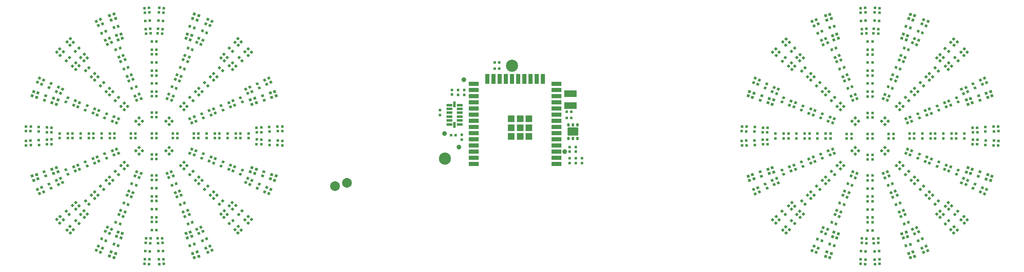
<source format=gts>
%FSTAX44Y44*%
%MOMM*%
%SFA1B1*%

%IPPOS*%
%AMD27*
4,1,4,0.000000,0.388620,-0.388620,0.000000,0.000000,-0.388620,0.388620,0.000000,0.000000,0.388620,0.0*
%
%AMD28*
4,1,4,0.388620,0.000000,0.000000,0.388620,-0.388620,0.000000,0.000000,-0.388620,0.388620,0.000000,0.0*
%
%AMD29*
4,1,4,0.358140,-0.147320,0.147320,0.358140,-0.358140,0.147320,-0.147320,-0.358140,0.358140,-0.147320,0.0*
%
%AMD30*
4,1,4,-0.147320,-0.358140,0.358140,-0.147320,0.147320,0.358140,-0.358140,0.147320,-0.147320,-0.358140,0.0*
%
%AMD31*
4,1,4,0.350520,-0.167640,0.167640,0.350520,-0.350520,0.167640,-0.167640,-0.350520,0.350520,-0.167640,0.0*
%
%AMD32*
4,1,4,-0.167640,-0.350520,0.350520,-0.167640,0.167640,0.350520,-0.350520,0.167640,-0.167640,-0.350520,0.0*
%
%AMD33*
4,1,4,0.365760,-0.127000,0.127000,0.365760,-0.365760,0.127000,-0.127000,-0.365760,0.365760,-0.127000,0.0*
%
%AMD34*
4,1,4,-0.127000,-0.365760,0.365760,-0.127000,0.127000,0.365760,-0.365760,0.127000,-0.127000,-0.365760,0.0*
%
%AMD35*
4,1,4,0.386080,-0.022860,0.022860,0.386080,-0.386080,0.022860,-0.022860,-0.386080,0.386080,-0.022860,0.0*
%
%AMD36*
4,1,4,-0.022860,-0.386080,0.386080,-0.022860,0.022860,0.386080,-0.386080,0.022860,-0.022860,-0.386080,0.0*
%
%AMD37*
4,1,4,0.386080,0.022860,-0.022860,0.386080,-0.386080,-0.022860,0.022860,-0.386080,0.386080,0.022860,0.0*
%
%AMD38*
4,1,4,0.022860,-0.386080,0.386080,0.022860,-0.022860,0.386080,-0.386080,-0.022860,0.022860,-0.386080,0.0*
%
%AMD39*
4,1,4,0.358140,0.147320,-0.147320,0.358140,-0.358140,-0.147320,0.147320,-0.358140,0.358140,0.147320,0.0*
%
%AMD40*
4,1,4,0.147320,-0.358140,0.358140,0.147320,-0.147320,0.358140,-0.358140,-0.147320,0.147320,-0.358140,0.0*
%
%AMD41*
4,1,4,0.365760,0.127000,-0.127000,0.365760,-0.365760,-0.127000,0.127000,-0.365760,0.365760,0.127000,0.0*
%
%AMD42*
4,1,4,0.127000,-0.365760,0.365760,0.127000,-0.127000,0.365760,-0.365760,-0.127000,0.127000,-0.365760,0.0*
%
%AMD43*
4,1,4,0.350520,0.167640,-0.167640,0.350520,-0.350520,-0.167640,0.167640,-0.350520,0.350520,0.167640,0.0*
%
%AMD44*
4,1,4,0.167640,-0.350520,0.350520,0.167640,-0.167640,0.350520,-0.350520,-0.167640,0.167640,-0.350520,0.0*
%
%AMD45*
4,1,4,0.289560,0.259080,-0.259080,0.289560,-0.289560,-0.259080,0.259080,-0.289560,0.289560,0.259080,0.0*
%
%AMD46*
4,1,4,0.259080,-0.289560,0.289560,0.259080,-0.259080,0.289560,-0.289560,-0.259080,0.259080,-0.289560,0.0*
%
%AMD47*
4,1,4,0.259080,0.289560,-0.289560,0.259080,-0.259080,-0.289560,0.289560,-0.259080,0.259080,0.289560,0.0*
%
%AMD48*
4,1,4,0.289560,-0.259080,0.259080,0.289560,-0.289560,0.259080,-0.259080,-0.289560,0.289560,-0.259080,0.0*
%
%AMD49*
4,1,4,0.124460,-0.347980,0.335280,0.157480,-0.124460,0.347980,-0.335280,-0.157480,0.124460,-0.347980,0.0*
%
%AMD50*
4,1,4,0.104140,-0.355600,0.342900,0.139700,-0.104140,0.355600,-0.342900,-0.139700,0.104140,-0.355600,0.0*
%
%AMD51*
4,1,4,0.144780,-0.340360,0.325120,0.177800,-0.144780,0.340360,-0.325120,-0.177800,0.144780,-0.340360,0.0*
%
%AMD52*
4,1,4,-0.157480,-0.335280,0.347980,-0.124460,0.157480,0.335280,-0.347980,0.124460,-0.157480,-0.335280,0.0*
%
%AMD53*
4,1,4,0.342900,-0.139700,0.104140,0.355600,-0.342900,0.139700,-0.104140,-0.355600,0.342900,-0.139700,0.0*
%
%AMD54*
4,1,4,0.370840,-0.017780,-0.017780,0.370840,-0.370840,0.017780,0.017780,-0.370840,0.370840,-0.017780,0.0*
%
%AMD55*
4,1,4,0.368300,-0.038100,0.002540,0.370840,-0.368300,0.038100,-0.002540,-0.370840,0.368300,-0.038100,0.0*
%
%AMD56*
4,1,4,0.335280,-0.157480,0.124460,0.347980,-0.335280,0.157480,-0.124460,-0.347980,0.335280,-0.157480,0.0*
%
%AMD57*
4,1,4,0.264160,-0.259080,0.233680,0.287020,-0.264160,0.259080,-0.233680,-0.287020,0.264160,-0.259080,0.0*
%
%AMD58*
4,1,4,0.325120,-0.177800,0.144780,0.340360,-0.325120,0.177800,-0.144780,-0.340360,0.325120,-0.177800,0.0*
%
%AMD59*
4,1,4,-0.017780,-0.370840,0.370840,0.017780,0.017780,0.370840,-0.370840,-0.017780,-0.017780,-0.370840,0.0*
%
%AMD60*
4,1,4,0.370840,0.002540,-0.038100,0.368300,-0.370840,-0.002540,0.038100,-0.368300,0.370840,0.002540,0.0*
%
%AMD61*
4,1,4,0.347980,0.124460,-0.157480,0.335280,-0.347980,-0.124460,0.157480,-0.335280,0.347980,0.124460,0.0*
%
%AMD62*
4,1,4,0.340360,0.144780,-0.177800,0.325120,-0.340360,-0.144780,0.177800,-0.325120,0.340360,0.144780,0.0*
%
%AMD63*
4,1,4,0.355600,0.104140,-0.139700,0.342900,-0.355600,-0.104140,0.139700,-0.342900,0.355600,0.104140,0.0*
%
%AMD64*
4,1,4,-0.177800,-0.325120,0.340360,-0.144780,0.177800,0.325120,-0.340360,0.144780,-0.177800,-0.325120,0.0*
%
%AMD65*
4,1,4,-0.139700,-0.342900,0.355600,-0.104140,0.139700,0.342900,-0.355600,0.104140,-0.139700,-0.342900,0.0*
%
%AMD66*
4,1,4,0.002540,-0.370840,0.368300,0.038100,-0.002540,0.370840,-0.368300,-0.038100,0.002540,-0.370840,0.0*
%
%AMD67*
4,1,4,-0.038100,-0.368300,0.370840,-0.002540,0.038100,0.368300,-0.370840,0.002540,-0.038100,-0.368300,0.0*
%
%AMD68*
4,1,4,-0.287020,-0.233680,0.259080,-0.264160,0.287020,0.233680,-0.259080,0.264160,-0.287020,-0.233680,0.0*
%
%AMD69*
4,1,4,-0.259080,-0.264160,0.287020,-0.233680,0.259080,0.264160,-0.287020,0.233680,-0.259080,-0.264160,0.0*
%
%AMD70*
4,1,4,0.233680,-0.287020,0.264160,0.259080,-0.233680,0.287020,-0.264160,-0.259080,0.233680,-0.287020,0.0*
%
%AMD140*
4,1,8,-1.000760,-0.850900,1.000760,-0.850900,1.099820,-0.751840,1.099820,0.751840,1.000760,0.850900,-1.000760,0.850900,-1.099820,0.751840,-1.099820,-0.751840,-1.000760,-0.850900,0.0*
1,1,0.197600,-1.000760,-0.751840*
1,1,0.197600,1.000760,-0.751840*
1,1,0.197600,1.000760,0.751840*
1,1,0.197600,-1.000760,0.751840*
%
%AMD141*
4,1,8,-0.124460,-0.350520,0.124460,-0.350520,0.226060,-0.248920,0.226060,0.248920,0.124460,0.350520,-0.124460,0.350520,-0.226060,0.248920,-0.226060,-0.248920,-0.124460,-0.350520,0.0*
1,1,0.203200,-0.124460,-0.248920*
1,1,0.203200,0.124460,-0.248920*
1,1,0.203200,0.124460,0.248920*
1,1,0.203200,-0.124460,0.248920*
%
%ADD10C,0.999998*%
%ADD11C,1.999996*%
%ADD12R,1.329997X1.329997*%
%ADD13R,0.899998X1.999996*%
%ADD14R,1.999996X0.899998*%
%ADD15R,0.499999X0.549999*%
%ADD16R,0.549999X0.499999*%
%ADD17R,0.549999X1.144998*%
%ADD18R,1.144998X0.549999*%
%ADD19R,2.599995X1.349997*%
%ADD25R,0.549999X0.549999*%
%ADD26R,0.549999X0.549999*%
G04~CAMADD=27~10~0.0~216.5~0.0~0.0~0.0~0.0~0~0.0~0.0~0.0~0.0~0~0.0~0.0~0.0~0.0~0~0.0~0.0~0.0~405.0~216.5~0.0*
%ADD27D27*%
G04~CAMADD=28~10~0.0~216.5~0.0~0.0~0.0~0.0~0~0.0~0.0~0.0~0.0~0~0.0~0.0~0.0~0.0~0~0.0~0.0~0.0~315.0~216.5~0.0*
%ADD28D28*%
G04~CAMADD=29~10~0.0~216.5~0.0~0.0~0.0~0.0~0~0.0~0.0~0.0~0.0~0~0.0~0.0~0.0~0.0~0~0.0~0.0~0.0~292.5~216.5~0.0*
%ADD29D29*%
G04~CAMADD=30~10~0.0~216.5~0.0~0.0~0.0~0.0~0~0.0~0.0~0.0~0.0~0~0.0~0.0~0.0~0.0~0~0.0~0.0~0.0~202.5~216.5~0.0*
%ADD30D30*%
G04~CAMADD=31~10~0.0~216.5~0.0~0.0~0.0~0.0~0~0.0~0.0~0.0~0.0~0~0.0~0.0~0.0~0.0~0~0.0~0.0~0.0~289.3~216.5~0.0*
%ADD31D31*%
G04~CAMADD=32~10~0.0~216.5~0.0~0.0~0.0~0.0~0~0.0~0.0~0.0~0.0~0~0.0~0.0~0.0~0.0~0~0.0~0.0~0.0~199.3~216.5~0.0*
%ADD32D32*%
G04~CAMADD=33~10~0.0~216.5~0.0~0.0~0.0~0.0~0~0.0~0.0~0.0~0.0~0~0.0~0.0~0.0~0.0~0~0.0~0.0~0.0~295.8~216.5~0.0*
%ADD33D33*%
G04~CAMADD=34~10~0.0~216.5~0.0~0.0~0.0~0.0~0~0.0~0.0~0.0~0.0~0~0.0~0.0~0.0~0.0~0~0.0~0.0~0.0~205.8~216.5~0.0*
%ADD34D34*%
G04~CAMADD=35~10~0.0~216.5~0.0~0.0~0.0~0.0~0~0.0~0.0~0.0~0.0~0~0.0~0.0~0.0~0.0~0~0.0~0.0~0.0~311.8~216.5~0.0*
%ADD35D35*%
G04~CAMADD=36~10~0.0~216.5~0.0~0.0~0.0~0.0~0~0.0~0.0~0.0~0.0~0~0.0~0.0~0.0~0.0~0~0.0~0.0~0.0~221.8~216.5~0.0*
%ADD36D36*%
G04~CAMADD=37~10~0.0~216.5~0.0~0.0~0.0~0.0~0~0.0~0.0~0.0~0.0~0~0.0~0.0~0.0~0.0~0~0.0~0.0~0.0~318.3~216.5~0.0*
%ADD37D37*%
G04~CAMADD=38~10~0.0~216.5~0.0~0.0~0.0~0.0~0~0.0~0.0~0.0~0.0~0~0.0~0.0~0.0~0.0~0~0.0~0.0~0.0~228.3~216.5~0.0*
%ADD38D38*%
G04~CAMADD=39~10~0.0~216.5~0.0~0.0~0.0~0.0~0~0.0~0.0~0.0~0.0~0~0.0~0.0~0.0~0.0~0~0.0~0.0~0.0~337.5~216.5~0.0*
%ADD39D39*%
G04~CAMADD=40~10~0.0~216.5~0.0~0.0~0.0~0.0~0~0.0~0.0~0.0~0.0~0~0.0~0.0~0.0~0.0~0~0.0~0.0~0.0~247.5~216.5~0.0*
%ADD40D40*%
G04~CAMADD=41~10~0.0~216.5~0.0~0.0~0.0~0.0~0~0.0~0.0~0.0~0.0~0~0.0~0.0~0.0~0.0~0~0.0~0.0~0.0~334.3~216.5~0.0*
%ADD41D41*%
G04~CAMADD=42~10~0.0~216.5~0.0~0.0~0.0~0.0~0~0.0~0.0~0.0~0.0~0~0.0~0.0~0.0~0.0~0~0.0~0.0~0.0~244.3~216.5~0.0*
%ADD42D42*%
G04~CAMADD=43~10~0.0~216.5~0.0~0.0~0.0~0.0~0~0.0~0.0~0.0~0.0~0~0.0~0.0~0.0~0.0~0~0.0~0.0~0.0~340.8~216.5~0.0*
%ADD43D43*%
G04~CAMADD=44~10~0.0~216.5~0.0~0.0~0.0~0.0~0~0.0~0.0~0.0~0.0~0~0.0~0.0~0.0~0.0~0~0.0~0.0~0.0~250.8~216.5~0.0*
%ADD44D44*%
G04~CAMADD=45~10~0.0~216.5~0.0~0.0~0.0~0.0~0~0.0~0.0~0.0~0.0~0~0.0~0.0~0.0~0.0~0~0.0~0.0~0.0~356.8~216.5~0.0*
%ADD45D45*%
G04~CAMADD=46~10~0.0~216.5~0.0~0.0~0.0~0.0~0~0.0~0.0~0.0~0.0~0~0.0~0.0~0.0~0.0~0~0.0~0.0~0.0~266.8~216.5~0.0*
%ADD46D46*%
G04~CAMADD=47~10~0.0~216.5~0.0~0.0~0.0~0.0~0~0.0~0.0~0.0~0.0~0~0.0~0.0~0.0~0.0~0~0.0~0.0~0.0~363.3~216.5~0.0*
%ADD47D47*%
G04~CAMADD=48~10~0.0~216.5~0.0~0.0~0.0~0.0~0~0.0~0.0~0.0~0.0~0~0.0~0.0~0.0~0.0~0~0.0~0.0~0.0~273.3~216.5~0.0*
%ADD48D48*%
G04~CAMADD=49~9~0.0~0.0~216.5~196.9~0.0~0.0~0~0.0~0.0~0.0~0.0~0~0.0~0.0~0.0~0.0~0~0.0~0.0~0.0~247.5~264.0~273.0*
%ADD49D49*%
G04~CAMADD=50~9~0.0~0.0~216.5~196.9~0.0~0.0~0~0.0~0.0~0.0~0.0~0~0.0~0.0~0.0~0.0~0~0.0~0.0~0.0~244.3~270.0~279.0*
%ADD50D50*%
G04~CAMADD=51~9~0.0~0.0~216.5~196.9~0.0~0.0~0~0.0~0.0~0.0~0.0~0~0.0~0.0~0.0~0.0~0~0.0~0.0~0.0~250.8~256.0~267.0*
%ADD51D51*%
G04~CAMADD=52~9~0.0~0.0~216.5~196.9~0.0~0.0~0~0.0~0.0~0.0~0.0~0~0.0~0.0~0.0~0.0~0~0.0~0.0~0.0~202.5~274.0~263.0*
%ADD52D52*%
G04~CAMADD=53~9~0.0~0.0~216.5~196.9~0.0~0.0~0~0.0~0.0~0.0~0.0~0~0.0~0.0~0.0~0.0~0~0.0~0.0~0.0~295.8~270.0~279.0*
%ADD53D53*%
G04~CAMADD=54~9~0.0~0.0~216.5~196.9~0.0~0.0~0~0.0~0.0~0.0~0.0~0~0.0~0.0~0.0~0.0~0~0.0~0.0~0.0~315.0~292.0~291.0*
%ADD54D54*%
G04~CAMADD=55~9~0.0~0.0~216.5~196.9~0.0~0.0~0~0.0~0.0~0.0~0.0~0~0.0~0.0~0.0~0.0~0~0.0~0.0~0.0~311.8~290.0~291.0*
%ADD55D55*%
G04~CAMADD=56~9~0.0~0.0~216.5~196.9~0.0~0.0~0~0.0~0.0~0.0~0.0~0~0.0~0.0~0.0~0.0~0~0.0~0.0~0.0~292.5~264.0~273.0*
%ADD56D56*%
G04~CAMADD=57~9~0.0~0.0~216.5~196.9~0.0~0.0~0~0.0~0.0~0.0~0.0~0~0.0~0.0~0.0~0.0~0~0.0~0.0~0.0~273.3~208.0~225.0*
%ADD57D57*%
G04~CAMADD=58~9~0.0~0.0~216.5~196.9~0.0~0.0~0~0.0~0.0~0.0~0.0~0~0.0~0.0~0.0~0.0~0~0.0~0.0~0.0~289.3~256.0~267.0*
%ADD58D58*%
G04~CAMADD=59~9~0.0~0.0~216.5~196.9~0.0~0.0~0~0.0~0.0~0.0~0.0~0~0.0~0.0~0.0~0.0~0~0.0~0.0~0.0~225.0~292.0~291.0*
%ADD59D59*%
G04~CAMADD=60~9~0.0~0.0~216.5~196.9~0.0~0.0~0~0.0~0.0~0.0~0.0~0~0.0~0.0~0.0~0.0~0~0.0~0.0~0.0~318.3~292.0~289.0*
%ADD60D60*%
G04~CAMADD=61~9~0.0~0.0~216.5~196.9~0.0~0.0~0~0.0~0.0~0.0~0.0~0~0.0~0.0~0.0~0.0~0~0.0~0.0~0.0~337.5~274.0~263.0*
%ADD61D61*%
G04~CAMADD=62~9~0.0~0.0~216.5~196.9~0.0~0.0~0~0.0~0.0~0.0~0.0~0~0.0~0.0~0.0~0.0~0~0.0~0.0~0.0~340.8~268.0~255.0*
%ADD62D62*%
G04~CAMADD=63~9~0.0~0.0~216.5~196.9~0.0~0.0~0~0.0~0.0~0.0~0.0~0~0.0~0.0~0.0~0.0~0~0.0~0.0~0.0~334.3~280.0~269.0*
%ADD63D63*%
G04~CAMADD=64~9~0.0~0.0~216.5~196.9~0.0~0.0~0~0.0~0.0~0.0~0.0~0~0.0~0.0~0.0~0.0~0~0.0~0.0~0.0~199.3~268.0~255.0*
%ADD64D64*%
G04~CAMADD=65~9~0.0~0.0~216.5~196.9~0.0~0.0~0~0.0~0.0~0.0~0.0~0~0.0~0.0~0.0~0.0~0~0.0~0.0~0.0~205.8~280.0~269.0*
%ADD65D65*%
G04~CAMADD=66~9~0.0~0.0~216.5~196.9~0.0~0.0~0~0.0~0.0~0.0~0.0~0~0.0~0.0~0.0~0.0~0~0.0~0.0~0.0~228.3~290.0~291.0*
%ADD66D66*%
G04~CAMADD=67~9~0.0~0.0~216.5~196.9~0.0~0.0~0~0.0~0.0~0.0~0.0~0~0.0~0.0~0.0~0.0~0~0.0~0.0~0.0~221.8~292.0~289.0*
%ADD67D67*%
G04~CAMADD=68~9~0.0~0.0~216.5~196.9~0.0~0.0~0~0.0~0.0~0.0~0.0~0~0.0~0.0~0.0~0.0~0~0.0~0.0~0.0~176.8~226.0~207.0*
%ADD68D68*%
G04~CAMADD=69~9~0.0~0.0~216.5~196.9~0.0~0.0~0~0.0~0.0~0.0~0.0~0~0.0~0.0~0.0~0.0~0~0.0~0.0~0.0~183.3~226.0~207.0*
%ADD69D69*%
G04~CAMADD=70~9~0.0~0.0~216.5~196.9~0.0~0.0~0~0.0~0.0~0.0~0.0~0~0.0~0.0~0.0~0.0~0~0.0~0.0~0.0~266.8~208.0~225.0*
%ADD70D70*%
%ADD71R,0.549999X0.549999*%
%ADD72C,2.499995*%
%ADD76C,0.499999*%
G04~CAMADD=140~8~0.0~0.0~866.8~669.9~38.9~0.0~15~0.0~0.0~0.0~0.0~0~0.0~0.0~0.0~0.0~0~0.0~0.0~0.0~180.0~867.0~670.0*
%ADD140D140*%
G04~CAMADD=141~8~0.0~0.0~177.8~276.2~40.0~0.0~15~0.0~0.0~0.0~0.0~0~0.0~0.0~0.0~0.0~0~0.0~0.0~0.0~180.0~178.0~276.0*
%ADD141D141*%
%LNpcb1-1*%
%LPD*%
G54D10*
X01836228Y01923409D03*
X01628749Y02071993D03*
X01588794Y01960509D03*
X01618716Y01932831D03*
G54D11*
X0138809Y01859308D03*
X01363556Y01852734D03*
G54D12*
X0172593Y0199136D03*
X01744279D03*
X01762629D03*
X0172593Y01973009D03*
X01744279D03*
X01762629D03*
X0172593Y01954659D03*
X01744279D03*
X01762629D03*
G54D13*
X01677129Y02073109D03*
X01689829D03*
X01702529D03*
X01715229D03*
X01727929D03*
X01740629D03*
X01753329D03*
X01766029D03*
X01778729D03*
X01791429D03*
G54D14*
X01649279Y01898009D03*
Y01910709D03*
Y01923409D03*
Y01936109D03*
Y01948809D03*
Y01961509D03*
Y01974209D03*
Y01986909D03*
Y01999609D03*
Y02012309D03*
Y02025009D03*
Y02037709D03*
Y02050409D03*
Y02063109D03*
X01819279D03*
Y02050409D03*
Y02037709D03*
Y02025009D03*
Y02012309D03*
Y01999609D03*
Y01986909D03*
Y01974209D03*
Y01961509D03*
Y01948809D03*
Y01936109D03*
Y01923409D03*
Y01910709D03*
Y01898009D03*
G54D15*
X01701469Y0209423D03*
X01691969D03*
X01701469Y0210693D03*
X01691969D03*
X01602439Y01957719D03*
X01611939D03*
X01849679Y0199263D03*
X01840179D03*
X01849679Y02005289D03*
X01840179D03*
X00996213Y02107054D03*
X00986713D03*
X00996213Y02150234D03*
X00986713D03*
X00996213Y02063874D03*
X00986713D03*
X00986696Y01761527D03*
X00996196D03*
X00986696Y01804707D03*
X00996196D03*
X00986696Y01847887D03*
X00996196D03*
X02459455Y01804543D03*
X02468955D03*
X02459455Y01761363D03*
X02468955D03*
X02459455Y01847723D03*
X02468955D03*
X02468972Y0215007D03*
X02459472D03*
X02468972Y0210689D03*
X02459472D03*
X02468972Y0206371D03*
X02459472D03*
G54D16*
X01859228Y01923409D03*
Y01932909D03*
X01846369Y01923409D03*
Y01932909D03*
X01616554Y020407D03*
Y020502D03*
X01629149Y02040779D03*
Y02050279D03*
X01603873Y02050458D03*
Y02040958D03*
X01624294Y01948509D03*
Y01958009D03*
X01871928Y01909643D03*
Y01900142D03*
X01846619Y01909749D03*
Y01900249D03*
X01859228Y01909643D03*
Y01900142D03*
X0157988Y02008699D03*
Y01999199D03*
X01142628Y01951122D03*
Y01960622D03*
X01185808Y01951122D03*
Y01960622D03*
X01099448Y01951122D03*
Y01960622D03*
X00840281Y01960639D03*
Y01951139D03*
X00883461Y01960639D03*
Y01951139D03*
X007971Y01960639D03*
X00797101Y01951139D03*
X0231304Y01960474D03*
Y01950974D03*
X0226986Y01960474D03*
Y01950974D03*
X0235622Y01960474D03*
Y01950974D03*
X02615387Y01950958D03*
Y01960458D03*
X02572208Y01950958D03*
Y01960458D03*
X02658567Y01950958D03*
Y01960458D03*
G54D17*
X01609544Y01978644D03*
Y02020594D03*
G54D18*
X01598569Y01979619D03*
Y01987619D03*
Y01995619D03*
Y02003619D03*
Y02011619D03*
Y02019619D03*
X0162052D03*
Y02011619D03*
Y02003619D03*
Y01995619D03*
Y01987619D03*
Y01979619D03*
G54D19*
X0184785Y02018479D03*
Y02042979D03*
G54D25*
X01029884Y01960772D03*
X01039384Y01951272D03*
X00986704Y01960772D03*
X00996204Y01951272D03*
Y01908092D03*
X00986704Y01917592D03*
X00953024Y01951272D03*
X00943524Y01960772D03*
X00986704Y02003952D03*
X00996204Y01994452D03*
X00996209Y02037443D03*
X00986709Y02046943D03*
X00996209Y02080622D03*
X00986709Y02090122D03*
X00996209Y02123803D03*
X00986709Y02133303D03*
X00900392Y01960635D03*
X00909892Y01951135D03*
X00857212Y01960635D03*
X00866712Y01951135D03*
X00814032Y01960635D03*
X00823532Y01951135D03*
X00986699Y01874319D03*
X00996199Y01864819D03*
X00986696Y01831141D03*
X00996196Y01821641D03*
X00986699Y01787959D03*
X00996199Y01778459D03*
X01082516Y01951126D03*
X01073016Y01960626D03*
X01125696Y01951126D03*
X01116196Y01960626D03*
X01168876Y01951126D03*
X01159376Y01960626D03*
X02425784Y01950824D03*
X02468964D03*
Y01994004D03*
X02512144Y01950824D03*
X02468964Y01907644D03*
X02468959Y01864654D03*
Y01821474D03*
Y01778294D03*
X02555276Y01950961D03*
X02598456D03*
X02641636D03*
X02468969Y02037278D03*
X02468972Y02080456D03*
X02468969Y02123638D03*
X02382652Y01950971D03*
X02339472D03*
X02296292D03*
G54D26*
X01039384Y01960772D03*
X01029884Y01951272D03*
X00996204Y01960772D03*
X00986704Y01951272D03*
X00996204Y01917592D03*
X00986704Y01908092D03*
X00943524Y01951272D03*
X00953024Y01960772D03*
X00986704Y01994452D03*
X00996204Y02003952D03*
X00996209Y02046943D03*
X00986709Y02037443D03*
X00996209Y02090122D03*
X00986709Y02080622D03*
X00996209Y02133303D03*
X00986709Y02123803D03*
X00909892Y01960635D03*
X00900392Y01951135D03*
X00866712Y01960635D03*
X00857212Y01951135D03*
X00823532Y01960635D03*
X00814032Y01951135D03*
X00986699Y01864819D03*
X00996199Y01874319D03*
X00986696Y01821641D03*
X00996196Y01831141D03*
X00986699Y01778459D03*
X00996199Y01787959D03*
X01073016Y01951126D03*
X01082516Y01960626D03*
X01116196Y01951126D03*
X01125696Y01960626D03*
X01159376Y01951126D03*
X01168876Y01960626D03*
X02416284Y01950824D03*
X02425784Y01960324D03*
X02459464Y01950824D03*
X02468964Y01960324D03*
X02459464Y01994004D03*
X02468964Y02003504D03*
X02512144Y01960324D03*
X02502644Y01950824D03*
X02468964Y01917144D03*
X02459464Y01907644D03*
X02459459Y01864654D03*
X02468959Y01874154D03*
X02459459Y01821474D03*
X02468959Y01830974D03*
X02459459Y01778294D03*
X02468959Y01787794D03*
X02545776Y01950961D03*
X02555276Y01960461D03*
X02588956Y01950961D03*
X02598456Y01960461D03*
X02632136Y01950961D03*
X02641636Y01960461D03*
X02468969Y02046778D03*
X02459468Y02037278D03*
X02468972Y02089956D03*
X02459472Y02080456D03*
X02468969Y02133138D03*
X02459469Y02123638D03*
X02382652Y01960471D03*
X02373152Y01950971D03*
X02339472Y01960471D03*
X02329972Y01950971D03*
X02296292Y01960471D03*
X02286792Y01950971D03*
G54D27*
X01021987Y01932207D03*
Y01918772D03*
X00960921D03*
Y01932207D03*
Y01979838D03*
Y01993273D03*
X01021987D03*
Y01979838D03*
X01052489Y02010191D03*
Y02023626D03*
X01083022Y02040724D03*
Y02054159D03*
X01113555Y02071257D03*
Y02084692D03*
X00930426Y02023633D03*
Y02010198D03*
X00899893Y02054166D03*
Y02040731D03*
X0086936Y02084699D03*
Y02071264D03*
X00930365Y01901581D03*
Y01888146D03*
X00899832Y01871048D03*
Y01857613D03*
X00869353Y01840504D03*
Y01827069D03*
X01052483Y01888128D03*
Y01901563D03*
X01083016Y01857595D03*
Y0187103D03*
X01113548Y01827062D03*
Y01840497D03*
X02433681Y0197939D03*
Y01992825D03*
X02494746D03*
Y0197939D03*
Y01931759D03*
Y01918324D03*
X02433681D03*
Y01931759D03*
X02403179Y01901405D03*
Y0188797D03*
X02372646Y01870872D03*
Y01857437D03*
X02342113Y01840339D03*
Y01826904D03*
X02525242Y01887963D03*
Y01901398D03*
X02555775Y0185743D03*
Y01870866D03*
X02586308Y01826898D03*
Y01840333D03*
X02525303Y02010016D03*
Y02023451D03*
X02555836Y02040549D03*
Y02053984D03*
X02586315Y02071093D03*
Y02084528D03*
X02403185Y02023469D03*
Y02010034D03*
X02372653Y02054002D03*
Y02040567D03*
X0234212Y02084535D03*
Y02071099D03*
G54D28*
X01028705Y01925489D03*
X0101527D03*
X00967639D03*
X00954204D03*
Y01986555D03*
X00967639D03*
X0101527D03*
X01028705D03*
X01059207Y02016909D03*
X01045772D03*
X0108974Y02047442D03*
X01076305D03*
X01120273Y02077975D03*
X01106838D03*
X00937143Y02016916D03*
X00923708D03*
X0090661Y02047449D03*
X00893175D03*
X00876078Y02077981D03*
X00862643D03*
X00923647Y01894863D03*
X00937082D03*
X00893114Y0186433D03*
X0090655D03*
X00862636Y01833786D03*
X00876071D03*
X01045765Y01894845D03*
X010592D03*
X01076298Y01864313D03*
X01089733D03*
X01106831Y0183378D03*
X01120267D03*
X02426963Y01986107D03*
X02440398D03*
X02488029D03*
X02501464D03*
Y01925042D03*
X02488029D03*
X02440398D03*
X02426963D03*
X02396461Y01894688D03*
X02409896D03*
X02365928Y01864155D03*
X02379363D03*
X02335395Y01833622D03*
X0234883D03*
X02518525Y01894681D03*
X0253196D03*
X02549058Y01864148D03*
X02562493D03*
X0257959Y01833615D03*
X02593025D03*
X02532021Y02016734D03*
X02518586D03*
X02562554Y02047266D03*
X02549119D03*
X02593032Y0207781D03*
X02579597D03*
X02409903Y02016751D03*
X02396468D03*
X0237937Y02047284D03*
X02365935D03*
X02348837Y02077817D03*
X02335403D03*
G54D29*
X01077404Y01986336D03*
X01064992Y01991477D03*
X01117297Y0200286D03*
X01104885Y02008001D03*
X0115719Y02019384D03*
X01144778Y02024526D03*
X00964635Y02033054D03*
X00952222Y02038195D03*
X0094811Y02072947D03*
X00935698Y02078088D03*
X00931586Y0211284D03*
X00919174Y02117981D03*
X00905504Y01925425D03*
X00917917Y01920284D03*
X00865611Y01908901D03*
X00878024Y0190376D03*
X00825718Y01892377D03*
X0083813Y01887236D03*
X01018274Y01878708D03*
X01030686Y01873566D03*
X01034798Y01838814D03*
X0104721Y01833673D03*
X01051322Y01798921D03*
X01063735Y0179378D03*
X02378264Y01925261D03*
X02390676Y0192012D03*
X02338371Y01908737D03*
X02350783Y01903595D03*
X02298478Y01892212D03*
X0231089Y01887071D03*
X02491033Y01878543D03*
X02503446Y01873402D03*
X02507558Y0183865D03*
X0251997Y01833509D03*
X02524082Y01798757D03*
X02536494Y01793615D03*
X02550164Y01986171D03*
X02537751Y01991312D03*
X02590057Y02002695D03*
X02577644Y02007837D03*
X0262995Y0201922D03*
X02617537Y02024361D03*
X02437394Y02032889D03*
X02424982Y0203803D03*
X0242087Y02072782D03*
X02408458Y02077923D03*
X02404346Y02112675D03*
X02391933Y02117817D03*
G54D30*
X01068627Y019827D03*
X01073769Y01995113D03*
X0110852Y01999224D03*
X01113663Y02011637D03*
X01148414Y02015749D03*
X01153555Y02028161D03*
X00960999Y0204183D03*
X00955858Y02029418D03*
X00944475Y02081724D03*
X00939333Y02069311D03*
X00927951Y02121617D03*
X00922809Y02109204D03*
X00914281Y01929061D03*
X0090914Y01916649D03*
X00874388Y01912537D03*
X00869247Y01900124D03*
X00834495Y01896012D03*
X00829354Y018836D03*
X01021909Y01869931D03*
X01027051Y01882343D03*
X01038434Y01830038D03*
X01043575Y0184245D03*
X01054958Y01790144D03*
X01060099Y01802557D03*
X02387041Y01928897D03*
X02381899Y01916484D03*
X02347148Y01912372D03*
X02342007Y0189996D03*
X02307255Y01895848D03*
X02302113Y01883436D03*
X02494669Y01869766D03*
X0249981Y01882179D03*
X02511193Y01829873D03*
X02516334Y01842286D03*
X02527717Y0178998D03*
X02532859Y01802392D03*
X02541387Y01982536D03*
X02546528Y01994948D03*
X0258128Y0199906D03*
X02586421Y02011472D03*
X02621173Y02015584D03*
X02626314Y02027996D03*
X02433759Y02041666D03*
X02428617Y02029254D03*
X02417234Y02081559D03*
X02412093Y02069147D03*
X0240071Y02121452D03*
X02395569Y0210904D03*
G54D31*
X01201612Y02024253D03*
X01189511Y02030089D03*
X01242377Y02038489D03*
X01230277Y02044325D03*
X00926214Y02157069D03*
X00914113Y02162906D03*
X00911978Y02197835D03*
X00899877Y02203672D03*
X00781297Y01887509D03*
X00793398Y01881672D03*
X00740531Y01873273D03*
X00752632Y01867436D03*
X01056694Y01754692D03*
X01068795Y01748855D03*
X0107093Y01713926D03*
X01083031Y01708089D03*
X02254056Y01887344D03*
X02266157Y01881507D03*
X0221329Y01873108D03*
X02225391Y01867271D03*
X02529454Y01754527D03*
X02541555Y01748691D03*
X0254369Y01713762D03*
X0255579Y01707925D03*
X02674371Y02024088D03*
X0266227Y02029925D03*
X02715137Y02038324D03*
X02703036Y02044161D03*
X02398974Y02156905D03*
X02386873Y02162742D03*
X02384738Y02197671D03*
X02372637Y02203507D03*
G54D32*
X01192643Y0202112D03*
X0119848Y02033221D03*
X01233409Y02035356D03*
X01239246Y02047457D03*
X00923082Y02166038D03*
X00917245Y02153937D03*
X00908846Y02206804D03*
X00903009Y02194703D03*
X00790265Y01890641D03*
X00784429Y0187854D03*
X007495Y01876405D03*
X00743663Y01864304D03*
X01059826Y01745723D03*
X01065663Y01757824D03*
X01074062Y01704957D03*
X01079899Y01717058D03*
X02263025Y01890476D03*
X02257188Y01878375D03*
X02222259Y0187624D03*
X02216422Y01864139D03*
X02532586Y01745559D03*
X02538422Y01757659D03*
X02546822Y01704793D03*
X02552658Y01716894D03*
X02665402Y02020956D03*
X02671239Y02033057D03*
X02706168Y02035192D03*
X02712005Y02047293D03*
X02395842Y02165874D03*
X02390005Y02153773D03*
X02381606Y02206639D03*
X02375769Y02194538D03*
G54D33*
X01192535Y02047573D03*
X01179851Y02052002D03*
X01231427Y02066332D03*
X01218744Y02070761D03*
X00903889Y02148405D03*
X00891206Y02152834D03*
X0088513Y02187297D03*
X00872446Y02191726D03*
X00790373Y01864188D03*
X00803057Y01859759D03*
X00751481Y01845429D03*
X00764165Y01841D03*
X01079019Y01763356D03*
X01091703Y01758927D03*
X01097778Y01724464D03*
X01110462Y01720035D03*
X02263133Y01864024D03*
X02275817Y01859595D03*
X02224241Y01845265D03*
X02236925Y01840835D03*
X02551779Y01763192D03*
X02564463Y01758762D03*
X02570538Y017243D03*
X02583222Y0171987D03*
X02665295Y02047408D03*
X02652611Y02051838D03*
X02704187Y02066168D03*
X02691503Y02070597D03*
X02376649Y0214824D03*
X02363965Y0215267D03*
X0235789Y02187132D03*
X02345206Y02191562D03*
G54D34*
X01183979Y02043445D03*
X01188408Y0205613D03*
X01222871Y02062205D03*
X012273Y02074889D03*
X00899762Y02156962D03*
X00895333Y02144278D03*
X00881003Y02195854D03*
X00876573Y0218317D03*
X0079893Y01868316D03*
X007945Y01855632D03*
X00760038Y01849556D03*
X00755608Y01836872D03*
X01083146Y017548D03*
X01087576Y01767483D03*
X01101906Y01715907D03*
X01106335Y01728591D03*
X02271689Y01868151D03*
X0226726Y01855467D03*
X02232797Y01849392D03*
X02228368Y01836708D03*
X02555906Y01754635D03*
X02560335Y01767319D03*
X02574665Y01715743D03*
X02579094Y01728427D03*
X02656738Y02043281D03*
X02661168Y02055965D03*
X0269563Y0206204D03*
X0270006Y02074724D03*
X02372522Y02156797D03*
X02368092Y02144113D03*
X02353762Y02195689D03*
X02349333Y02183005D03*
G54D35*
X0115945Y02099472D03*
X01146036Y02100234D03*
X01191664Y02128225D03*
X01178251Y02128986D03*
X00854189Y02116789D03*
X00840775Y0211755D03*
X00825436Y02149003D03*
X00812023Y02149765D03*
X00823459Y0181229D03*
X00836872Y01811528D03*
X00791244Y01783537D03*
X00804657Y01782775D03*
X0112872Y01794973D03*
X01142133Y01794211D03*
X01157472Y01762758D03*
X01170886Y01761996D03*
X02296218Y01812125D03*
X02309632Y01811363D03*
X02264004Y01783372D03*
X02277417Y0178261D03*
X02601479Y01794808D03*
X02614892Y01794047D03*
X02630232Y01762593D03*
X02643645Y01761832D03*
X02632209Y02099307D03*
X02618796Y02100069D03*
X02664424Y0212806D03*
X02651011Y02128822D03*
X02326948Y02116624D03*
X02313535Y02117386D03*
X02298196Y0214884D03*
X02284782Y021496D03*
G54D36*
X01152362Y02093146D03*
X01153124Y02106559D03*
X01184577Y02121899D03*
X01185339Y02135312D03*
X00847863Y02123876D03*
X00847101Y02110463D03*
X0081911Y02156091D03*
X00818349Y02142677D03*
X00830546Y01818615D03*
X00829785Y01805202D03*
X00798332Y01789862D03*
X0079757Y01776449D03*
X01135045Y01787885D03*
X01135807Y01801298D03*
X01163798Y0175567D03*
X0116456Y01769084D03*
X02303306Y01818451D03*
X02302544Y01805037D03*
X02271091Y01789698D03*
X02270329Y01776285D03*
X02607805Y01787721D03*
X02608567Y01801134D03*
X02636558Y01755506D03*
X02637319Y01768919D03*
X02625122Y02092981D03*
X02625883Y02106395D03*
X02657337Y02121734D03*
X02658098Y02135148D03*
X02320622Y02123711D03*
X02319861Y02110298D03*
X0229187Y02155926D03*
X02291108Y02142513D03*
G54D37*
X0114214Y02117543D03*
X01128726Y02116782D03*
X01170892Y02149758D03*
X01157479Y02148996D03*
X00836879Y0210024D03*
X00823465Y02099479D03*
X00804664Y02128993D03*
X00791251Y02128231D03*
X00840769Y01794218D03*
X00854182Y01794979D03*
X00812016Y01762003D03*
X00825429Y01762765D03*
X0114603Y01811521D03*
X01159443Y01812282D03*
X01178244Y01782768D03*
X01191658Y0178353D03*
X02313528Y01794053D03*
X02326942Y01794815D03*
X02284775Y01761838D03*
X02298189Y017626D03*
X02618789Y01811356D03*
X02632202Y01812118D03*
X02651004Y01782604D03*
X02664417Y01783365D03*
X02614899Y02117379D03*
X02601486Y02116617D03*
X02643652Y02149594D03*
X02630239Y02148832D03*
X02309638Y02100076D03*
X02296225Y02099314D03*
X02277424Y02128828D03*
X0226401Y02128067D03*
G54D38*
X01135814Y02110456D03*
X01135052Y02123869D03*
X01164567Y02142671D03*
X01163805Y02156084D03*
X00829791Y02106566D03*
X00830553Y02093153D03*
X00797577Y02135319D03*
X00798338Y02121905D03*
X00847094Y01801305D03*
X00847856Y01787892D03*
X00818342Y01769091D03*
X00819104Y01755677D03*
X01153117Y01805195D03*
X01152355Y01818608D03*
X01185332Y01776442D03*
X0118457Y01789856D03*
X02319854Y01801141D03*
X02320616Y01787727D03*
X02291101Y01768926D03*
X02291863Y01755513D03*
X02625877Y0180503D03*
X02625115Y01818444D03*
X02658091Y01776278D03*
X0265733Y01789691D03*
X02608574Y02110291D03*
X02607812Y02123705D03*
X02637326Y02142506D03*
X02636565Y0215592D03*
X02302551Y02106402D03*
X02303313Y02092988D03*
X02270336Y02135154D03*
X02271098Y02121741D03*
G54D39*
X01030695Y02038191D03*
X01018283Y0203305D03*
X01047219Y02078084D03*
X01034807Y02072943D03*
X01063744Y02117979D03*
X01051331Y02112836D03*
X0091792Y01991487D03*
X00905508Y01986345D03*
X00878027Y0200801D03*
X00865615Y02002869D03*
X00838134Y02024534D03*
X00825722Y02019393D03*
X00952159Y01873581D03*
X00964572Y01878722D03*
X00935635Y01833688D03*
X00948047Y01838829D03*
X00919165Y01793784D03*
X00931577Y01798925D03*
X01064988Y01920275D03*
X01077401Y01925417D03*
X01104881Y01903751D03*
X01117293Y01908892D03*
X01144774Y01887227D03*
X01157187Y01892368D03*
X02424973Y01873405D03*
X02437385Y01878547D03*
X02408449Y01833512D03*
X02420861Y01838654D03*
X02391924Y01793619D03*
X02404337Y0179876D03*
X02537748Y01920111D03*
X0255016Y01925252D03*
X02577641Y01903587D03*
X02590053Y01908728D03*
X02617534Y01887062D03*
X02629946Y01892204D03*
X02503509Y02038016D03*
X02491096Y02032875D03*
X02520033Y02077909D03*
X02507621Y02072768D03*
X02536503Y02117813D03*
X02524091Y02112672D03*
X0239068Y01991321D03*
X02378267Y0198618D03*
X02350787Y02007846D03*
X02338374Y02002704D03*
X02310894Y0202437D03*
X02298481Y02019228D03*
G54D40*
X01027059Y02029414D03*
X01021918Y02041827D03*
X01043584Y02069307D03*
X01038442Y0208172D03*
X01060108Y02109201D03*
X01054967Y02121613D03*
X00909144Y01995121D03*
X00914285Y01982709D03*
X0086925Y02011646D03*
X00874392Y01999234D03*
X00829357Y0202817D03*
X00834499Y02015758D03*
X00955795Y01882358D03*
X00960936Y01869945D03*
X0093927Y01842465D03*
X00944412Y01830052D03*
X009228Y0180256D03*
X00927942Y01790148D03*
X01073765Y0191664D03*
X01068624Y01929052D03*
X01113658Y01900115D03*
X01108517Y01912528D03*
X01153551Y01883591D03*
X0114841Y01896004D03*
X02428608Y01882182D03*
X0243375Y0186977D03*
X02412084Y01842289D03*
X02417226Y01829877D03*
X0239556Y01802396D03*
X02400701Y01789984D03*
X02546525Y01916475D03*
X02541383Y01928888D03*
X02586417Y01899951D03*
X02581276Y01912363D03*
X02626311Y01883427D03*
X02621169Y01895839D03*
X02499873Y02029239D03*
X02494732Y02041652D03*
X02516397Y02069132D03*
X02511256Y02081545D03*
X02532868Y02109036D03*
X02527726Y02121448D03*
X02381903Y01994957D03*
X02387044Y01982544D03*
X0234201Y02011481D03*
X02347151Y01999069D03*
X02302117Y02028005D03*
X02307258Y02015593D03*
G54D41*
X01091712Y02152831D03*
X01079028Y02148401D03*
X01110471Y02191723D03*
X01097788Y02187293D03*
X00803061Y02052011D03*
X00790377Y02047582D03*
X00764169Y0207077D03*
X00751485Y02066341D03*
X00891197Y0175893D03*
X00903881Y0176336D03*
X00872437Y01720038D03*
X00885121Y01724468D03*
X01179848Y0185975D03*
X01192532Y0186418D03*
X0121874Y01840992D03*
X01231424Y0184542D03*
X02363956Y01758766D03*
X0237664Y01763195D03*
X02345197Y01719874D03*
X02357882Y01724303D03*
X02652607Y01859586D03*
X02665291Y01864015D03*
X02691499Y01840826D03*
X02704183Y01845256D03*
X02564471Y02152666D03*
X02551787Y02148237D03*
X02583231Y02191558D03*
X02570547Y02187129D03*
X0227582Y02051846D03*
X02263136Y02047417D03*
X02236928Y02070606D03*
X02224244Y02066176D03*
G54D42*
X01087585Y02144274D03*
X01083155Y02156958D03*
X01106344Y02183166D03*
X01101915Y0219585D03*
X00794504Y02056138D03*
X00798933Y02043454D03*
X00755612Y02074898D03*
X00760041Y02062214D03*
X00895324Y01767487D03*
X00899753Y01754803D03*
X00876564Y01728595D03*
X00880994Y01715911D03*
X01188404Y01855623D03*
X01183975Y01868307D03*
X01227296Y01836864D03*
X01222867Y01849547D03*
X02368083Y01767323D03*
X02372513Y01754639D03*
X02349324Y01728431D03*
X02353753Y01715747D03*
X02661164Y01855458D03*
X02656735Y01868142D03*
X02700056Y01836699D03*
X02695627Y01849383D03*
X02560344Y0214411D03*
X02555915Y02156793D03*
X02579104Y02183003D03*
X02574674Y02195685D03*
X02267264Y02055974D03*
X02271693Y0204329D03*
X02228372Y02074733D03*
X02232801Y02062049D03*
G54D43*
X01068804Y02162902D03*
X01056703Y02157066D03*
X0108304Y02203668D03*
X01070939Y02197831D03*
X00793401Y02030098D03*
X007813Y02024261D03*
X00752635Y02044334D03*
X00740535Y02038497D03*
X00914105Y01748859D03*
X00926206Y01754696D03*
X00899869Y01708093D03*
X0091197Y0171393D03*
X01189507Y01881663D03*
X01201608Y018875D03*
X01230273Y01867427D03*
X01242374Y01873264D03*
X02386864Y01748694D03*
X02398965Y01754531D03*
X02372628Y01707929D03*
X02384729Y01713765D03*
X02662267Y01881498D03*
X02674368Y01887335D03*
X02703032Y01867262D03*
X02715133Y01873099D03*
X02541563Y02162738D03*
X02529463Y02156901D03*
X02555799Y02203504D03*
X02543698Y02197667D03*
X02266161Y02029934D03*
X0225406Y02024097D03*
X02225395Y0204417D03*
X02213294Y02038333D03*
G54D44*
X01065672Y02153934D03*
X01059835Y02166034D03*
X01079908Y02194699D03*
X01074071Y022068D03*
X00784432Y0203323D03*
X00790269Y02021129D03*
X00743667Y02047466D03*
X00749503Y02035365D03*
X00917237Y01757828D03*
X00923073Y01745727D03*
X00903001Y01717062D03*
X00908837Y01704961D03*
X01198476Y01878531D03*
X01192639Y01890632D03*
X01239242Y01864295D03*
X01233405Y01876396D03*
X02389996Y01757663D03*
X02395833Y01745562D03*
X0237576Y01716897D03*
X02381597Y01704796D03*
X02671236Y01878366D03*
X02665399Y01890467D03*
X02712001Y0186413D03*
X02706164Y01876231D03*
X02538431Y02153769D03*
X02532595Y0216587D03*
X02552667Y02194535D03*
X02546831Y02206636D03*
X02257192Y02033066D03*
X02263029Y02020965D03*
X02216426Y02047302D03*
X02222263Y02035201D03*
G54D45*
X01008711Y02176206D03*
X00998687Y02167259D03*
X01011159Y02219316D03*
X01001135Y0221037D03*
X00780614Y01972598D03*
X00770591Y01963652D03*
X00737503Y01975046D03*
X0072748Y019661D03*
X00974198Y01735555D03*
X00984221Y01744502D03*
X0097175Y01692445D03*
X00981773Y01701391D03*
X01202295Y01939163D03*
X01212318Y01948109D03*
X01245405Y01936715D03*
X01255428Y01945661D03*
X02446957Y01735391D03*
X02456981Y01744337D03*
X02444509Y0169228D03*
X02454533Y01701227D03*
X02675054Y01938998D03*
X02685077Y01947944D03*
X02718165Y0193655D03*
X02728188Y01945496D03*
X0248147Y02176041D03*
X02471447Y02167095D03*
X02483918Y02219152D03*
X02473895Y02210205D03*
X02253373Y01972434D03*
X0224335Y01963488D03*
X02210263Y01974882D03*
X0220024Y01965936D03*
G54D46*
X01008172Y02166721D03*
X00999226Y02176744D03*
X0101062Y02209831D03*
X01001674Y02219855D03*
X00771129Y01973137D03*
X00780075Y01963114D03*
X00728019Y01975585D03*
X00736965Y01965562D03*
X00974736Y0174504D03*
X00983683Y01735017D03*
X00972288Y0170193D03*
X00981235Y01691906D03*
X01211779Y01938624D03*
X01202833Y01948648D03*
X0125489Y01936176D03*
X01245944Y01946199D03*
X02447496Y01744876D03*
X02456442Y01734852D03*
X02445048Y01701765D03*
X02453994Y01691742D03*
X02684539Y0193846D03*
X02675593Y01948483D03*
X02727649Y01936012D03*
X02718703Y01946035D03*
X02480931Y02166556D03*
X02471985Y0217658D03*
X0248338Y02209667D03*
X02474434Y0221969D03*
X02243889Y01972972D03*
X02252835Y01962949D03*
X02200778Y0197542D03*
X02209724Y01965397D03*
G54D47*
X00983692Y02176744D03*
X00974746Y02166721D03*
X00981244Y02219855D03*
X00972298Y02209831D03*
X00780075Y01948657D03*
X00771129Y01938634D03*
X00736965Y01946209D03*
X00728019Y01936186D03*
X00999216Y01735017D03*
X01008162Y0174504D03*
X01001664Y01691906D03*
X0101061Y0170193D03*
X01202833Y01963104D03*
X01211779Y01973127D03*
X01245944Y01965552D03*
X0125489Y01975575D03*
X02471976Y01734852D03*
X02480922Y01744876D03*
X02474424Y01691742D03*
X0248337Y01701765D03*
X02675593Y0196294D03*
X02684539Y01972963D03*
X02718703Y01965388D03*
X02727649Y01975411D03*
X02456452Y0217658D03*
X02447506Y02166556D03*
X02454004Y0221969D03*
X02445057Y02209667D03*
X02252835Y01948493D03*
X02243889Y01938469D03*
X02209724Y01946045D03*
X02200778Y01936021D03*
G54D48*
X00984231Y02167259D03*
X00974207Y02176206D03*
X00981783Y0221037D03*
X00971759Y02219316D03*
X00770591Y01948119D03*
X00780614Y01939172D03*
X0072748Y0194567D03*
X00737503Y01936724D03*
X00998678Y01744502D03*
X01008701Y01735555D03*
X01001126Y01701391D03*
X01011149Y01692445D03*
X01212318Y01963643D03*
X01202295Y01972589D03*
X01255428Y01966091D03*
X01245405Y01975037D03*
X02471437Y01744337D03*
X02481461Y01735391D03*
X02473885Y01701227D03*
X02483909Y0169228D03*
X02685077Y01963478D03*
X02675054Y01972424D03*
X02728188Y01965926D03*
X02718165Y01974872D03*
X0245699Y02167095D03*
X02446967Y02176041D03*
X02454542Y02210205D03*
X02444519Y02219152D03*
X0224335Y01947954D03*
X02253373Y01939008D03*
X0220024Y01945506D03*
X02210263Y0193656D03*
G54D49*
X01070226Y02133619D03*
X0106145Y02137255D03*
X01053702Y02093726D03*
X01044925Y02097362D03*
X01037178Y02053833D03*
X01028401Y02057468D03*
X00912682Y01778142D03*
X00921459Y01774507D03*
X00929206Y01818035D03*
X00937983Y018144D03*
X00945731Y01857928D03*
X00954508Y01854293D03*
X02385442Y01777978D03*
X02394219Y01774342D03*
X02401966Y01817871D03*
X02410743Y01814235D03*
X0241849Y01857764D03*
X02427267Y01854128D03*
X02542986Y02133455D03*
X02534209Y0213709D03*
X02526462Y02093561D03*
X02517685Y02097197D03*
X02509937Y02053668D03*
X0250116Y02057304D03*
G54D50*
X01099372Y02167995D03*
X01090816Y02172123D03*
X00883536Y01743766D03*
X00892093Y01739639D03*
X02356296Y01743601D03*
X02364852Y01739474D03*
X02572132Y02167831D03*
X02563575Y02171958D03*
G54D51*
X01074075Y02178765D03*
X01065106Y02181897D03*
X00908833Y01732996D03*
X00917802Y01729864D03*
X02381593Y01732831D03*
X02390562Y01729699D03*
X02546835Y02178601D03*
X02537866Y02181733D03*
G54D52*
X01132942Y02009336D03*
X01129306Y02018113D03*
X01093048Y01992812D03*
X01089413Y02001589D03*
X01172835Y0202586D03*
X01169199Y02034637D03*
X00849967Y01902425D03*
X00853602Y01893648D03*
X0088986Y01918949D03*
X00893495Y01910172D03*
X00810074Y01885901D03*
X00813709Y01877124D03*
X02322727Y01902261D03*
X02326362Y01893484D03*
X0236262Y01918785D03*
X02366255Y01910008D03*
X02282833Y01885736D03*
X02286469Y01876959D03*
X02605701Y02009172D03*
X02602066Y02017949D03*
X02565808Y01992647D03*
X02562172Y02001424D03*
X02645594Y02025696D03*
X02641959Y02034473D03*
G54D53*
X00892273Y02171906D03*
X00883716Y02167778D03*
X01090636Y01739856D03*
X01099192Y01743983D03*
X02563395Y01739691D03*
X02571952Y01743818D03*
X02365032Y02171741D03*
X02356476Y02167614D03*
G54D54*
X0085739Y02096674D03*
X00850673Y02089957D03*
X00918456Y02035608D03*
X00911738Y02028891D03*
X00887923Y02066141D03*
X00881205Y02059424D03*
X01125518Y01815087D03*
X01132236Y01821805D03*
X01094985Y0184562D03*
X01101703Y01852337D03*
X01064453Y01876153D03*
X0107117Y0188287D03*
X02598278Y01814923D03*
X02604995Y0182164D03*
X02537212Y01875988D03*
X0254393Y01882706D03*
X02567745Y01845455D03*
X02574463Y01852173D03*
X0233015Y0209651D03*
X02323432Y02089792D03*
X02360682Y02065977D03*
X02353965Y02059259D03*
X02391215Y02035444D03*
X02384498Y02028726D03*
G54D55*
X00836784Y02136757D03*
X00829697Y02130431D03*
X01146124Y01775004D03*
X01153212Y0178133D03*
X02618884Y0177484D03*
X02625971Y01781166D03*
X02309544Y02136592D03*
X02302456Y02130266D03*
G54D56*
X00921474Y02137261D03*
X00912698Y02133626D03*
X00937999Y02097368D03*
X00929222Y02093732D03*
X00954523Y02057475D03*
X00945746Y02053839D03*
X0104491Y01814393D03*
X01053687Y01818029D03*
X01061434Y017745D03*
X01070211Y01778136D03*
X01028386Y01854286D03*
X01037162Y01857922D03*
X02534194Y01774336D03*
X0254297Y01777971D03*
X02517669Y01814229D03*
X02526446Y01817864D03*
X02501145Y01854122D03*
X02509922Y01857757D03*
X02410758Y02097203D03*
X02401981Y02093568D03*
X02394234Y02137096D03*
X02385457Y02133461D03*
X02427282Y0205731D03*
X02418506Y02053675D03*
G54D57*
X00982492Y02193417D03*
X00973007Y02192878D03*
X01000417Y01718344D03*
X01009901Y01718883D03*
X02473176Y0171818D03*
X02482661Y01718718D03*
X02455251Y02193252D03*
X02445766Y02192714D03*
G54D58*
X00917776Y02182178D03*
X00908807Y02179046D03*
X01065132Y01729583D03*
X01074101Y01732715D03*
X02537892Y01729419D03*
X02546861Y01732551D03*
X02390536Y02182014D03*
X02381567Y02178881D03*
G54D59*
X01071182Y02028879D03*
X01064464Y02035597D03*
X01101715Y02059412D03*
X01094997Y02066129D03*
X01132248Y02089945D03*
X0112553Y02096662D03*
X00911726Y01882882D03*
X00918444Y01876165D03*
X00881194Y01852349D03*
X00887911Y01845632D03*
X00850661Y01821816D03*
X00857378Y01815099D03*
X02384486Y01882718D03*
X02391204Y01876D03*
X02353953Y01852185D03*
X02360671Y01845467D03*
X0232342Y01821652D03*
X02330138Y01814934D03*
X02543942Y02028715D03*
X02537224Y02035432D03*
X02574474Y02059247D03*
X02567757Y02065965D03*
X02605007Y0208978D03*
X0259829Y02096498D03*
G54D60*
X00817153Y02117507D03*
X00810827Y02110419D03*
X01165755Y01794256D03*
X01172081Y01801342D03*
X02638515Y0179409D03*
X02644841Y01801178D03*
X02289913Y02117342D03*
X02283587Y02110254D03*
G54D61*
X00853609Y02018128D03*
X00849973Y02009352D03*
X00813716Y02034653D03*
X0081008Y02025876D03*
X01172828Y01885885D03*
X01169193Y01877108D03*
X01132935Y0190241D03*
X011293Y01893633D03*
X01093042Y01918934D03*
X01089407Y01910157D03*
X00893502Y02001604D03*
X00889866Y01992827D03*
X02602059Y01893468D03*
X02605695Y01902245D03*
X02641952Y01876944D03*
X02645588Y01885721D03*
X0228284Y02025711D03*
X02286475Y02034488D03*
X02322733Y02009187D03*
X02326368Y02017964D03*
X02362626Y01992663D03*
X02366262Y0200144D03*
X02562166Y01909992D03*
X02565802Y01918769D03*
G54D62*
X00768569Y02038501D03*
X00765437Y02029533D03*
X01214339Y0187326D03*
X01217471Y01882229D03*
X02687099Y01873095D03*
X02690231Y01882064D03*
X02241329Y02038337D03*
X02238197Y02029368D03*
G54D63*
X0077934Y02063799D03*
X00775212Y02055242D03*
X01203569Y01847962D03*
X01207696Y01856519D03*
X02676329Y01847798D03*
X02680456Y01856354D03*
X02252099Y02063634D03*
X02247972Y02055078D03*
G54D64*
X01217752Y02029559D03*
X0121462Y02038527D03*
X00765157Y01882203D03*
X00768289Y01873234D03*
X02237916Y01882038D03*
X02241048Y01873069D03*
X02690511Y02029394D03*
X02687379Y02038363D03*
G54D65*
X01207479Y02055062D03*
X01203352Y02063619D03*
X00775429Y01856699D03*
X00779556Y01848142D03*
X02248189Y01856534D03*
X02252316Y01847978D03*
X02680239Y02054898D03*
X02676112Y02063454D03*
G54D66*
X0115308Y02130182D03*
X01145993Y02136507D03*
X00829828Y0178158D03*
X00836916Y01775254D03*
X02302588Y01781415D03*
X02309675Y01775089D03*
X0262584Y02130017D03*
X02618752Y02136343D03*
G54D67*
X0117233Y0211055D03*
X01166005Y02117638D03*
X00810578Y01801211D03*
X00816904Y01794123D03*
X02283337Y01801046D03*
X02289663Y01793959D03*
X0264509Y02110386D03*
X02638764Y02117474D03*
G54D68*
X01228721Y0193735D03*
X0122926Y01946835D03*
X00754187Y01974411D03*
X00753649Y01964927D03*
X02226947Y01974247D03*
X02226408Y01964762D03*
X02701481Y01937185D03*
X02702019Y0194667D03*
G54D69*
X0122899Y01964843D03*
X01228452Y01974328D03*
X00753918Y01946918D03*
X00754456Y01937433D03*
X02226677Y01946753D03*
X02227216Y01937269D03*
X0270175Y01964679D03*
X02701211Y01974163D03*
G54D70*
X01009985Y02193148D03*
X010005Y02193686D03*
X00972923Y01718614D03*
X00982408Y01718075D03*
X02445683Y01718449D03*
X02455168Y01717911D03*
X02482745Y02192983D03*
X0247326Y02193522D03*
G54D71*
X02416284Y01960324D03*
X02459464D03*
Y02003504D03*
X02502644Y01960324D03*
X02459464Y01917144D03*
X02459459Y01874154D03*
Y01830974D03*
Y01787794D03*
X02545776Y01960461D03*
X02588956D03*
X02632136D03*
X02459468Y02046778D03*
X02459472Y02089956D03*
X02459469Y02133138D03*
X02373152Y01960471D03*
X02329972D03*
X02286792D03*
G54D72*
X0159004Y0190881D03*
X01727666Y02100258D03*
G54D76*
X0185293Y01969689D03*
X01860929Y0196469D03*
X0185293Y01959689D03*
X01844929Y0196469D03*
G54D140*
X0185293Y0196469D03*
G54D141*
X01862429Y01950689D03*
X0185293D03*
X01843429D03*
Y01978689D03*
X0185293D03*
X01862429D03*
M02*
</source>
